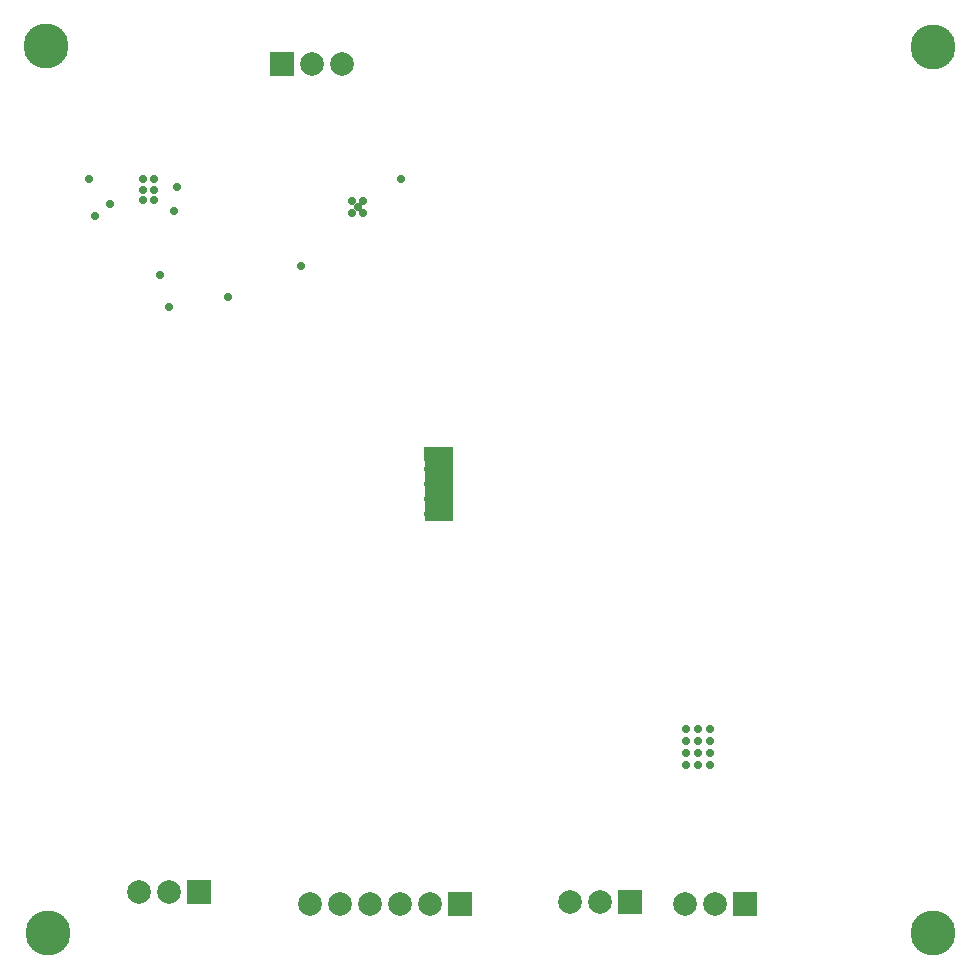
<source format=gbs>
G04*
G04 #@! TF.GenerationSoftware,Altium Limited,Altium Designer,21.9.2 (33)*
G04*
G04 Layer_Color=16711935*
%FSLAX25Y25*%
%MOIN*%
G70*
G04*
G04 #@! TF.SameCoordinates,1119CAD8-5D3F-4E39-9046-3B092D1BD9E9*
G04*
G04*
G04 #@! TF.FilePolarity,Negative*
G04*
G01*
G75*
%ADD172C,0.07887*%
%ADD173R,0.07887X0.07887*%
%ADD174C,0.04760*%
%ADD175R,0.04760X0.04760*%
%ADD176C,0.14973*%
%ADD177C,0.02800*%
%ADD202R,0.09830X0.24813*%
D172*
X97284Y19685D02*
D03*
X107283D02*
D03*
X117283D02*
D03*
X137284D02*
D03*
X127284D02*
D03*
X40197Y23622D02*
D03*
X50197D02*
D03*
X98000Y299740D02*
D03*
X108000D02*
D03*
X232283Y19685D02*
D03*
X222284D02*
D03*
X193898Y20169D02*
D03*
X183898D02*
D03*
D173*
X147283Y19685D02*
D03*
X60197Y23622D02*
D03*
X88000Y299740D02*
D03*
X242284Y19685D02*
D03*
X203898Y20169D02*
D03*
D174*
X137716Y149528D02*
D03*
Y159528D02*
D03*
Y164528D02*
D03*
X142717Y149528D02*
D03*
X137716Y154528D02*
D03*
X142717Y159528D02*
D03*
Y154528D02*
D03*
Y164528D02*
D03*
Y169528D02*
D03*
D175*
X137716D02*
D03*
D176*
X9843Y9843D02*
D03*
X305118D02*
D03*
X9252Y305709D02*
D03*
X305118Y305118D02*
D03*
D177*
X222788Y77756D02*
D03*
X230662D02*
D03*
X226725D02*
D03*
Y73819D02*
D03*
X230662D02*
D03*
X222788D02*
D03*
X226725Y69882D02*
D03*
X230662D02*
D03*
X222788D02*
D03*
X226725Y65945D02*
D03*
X230662D02*
D03*
X222788D02*
D03*
X25567Y248773D02*
D03*
X41517Y254168D02*
D03*
Y261254D02*
D03*
Y257711D02*
D03*
X45454Y261254D02*
D03*
Y257711D02*
D03*
Y254168D02*
D03*
X111221Y250000D02*
D03*
X113189Y251969D02*
D03*
X111221Y253937D02*
D03*
X115157Y250000D02*
D03*
X115157Y253937D02*
D03*
X50197Y218504D02*
D03*
X69882Y221933D02*
D03*
X52112Y250443D02*
D03*
X30512Y252953D02*
D03*
X23622Y261254D02*
D03*
X52982Y258597D02*
D03*
X47300Y229331D02*
D03*
X94488Y232283D02*
D03*
X127502Y261254D02*
D03*
D202*
X140215Y159516D02*
D03*
M02*

</source>
